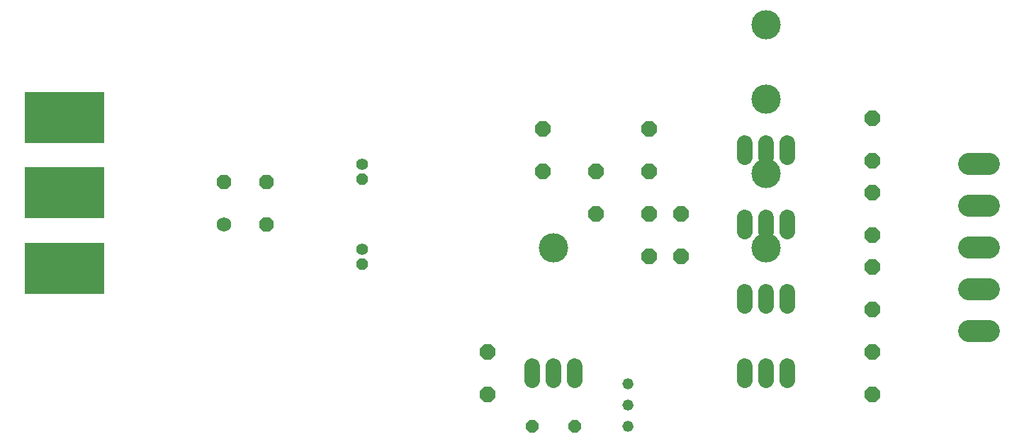
<source format=gbr>
G04 EAGLE Gerber RS-274X export*
G75*
%MOMM*%
%FSLAX34Y34*%
%LPD*%
%INSoldermask Top*%
%IPPOS*%
%AMOC8*
5,1,8,0,0,1.08239X$1,22.5*%
G01*
%ADD10C,1.727200*%
%ADD11P,1.869504X8X112.500000*%
%ADD12P,1.539592X8X292.500000*%
%ADD13C,1.422400*%
%ADD14P,1.951982X8X292.500000*%
%ADD15P,1.951982X8X112.500000*%
%ADD16C,1.879600*%
%ADD17C,3.505200*%
%ADD18P,1.649562X8X22.500000*%
%ADD19R,9.603200X6.103200*%
%ADD20C,2.603200*%
%ADD21C,1.320800*%


D10*
X254000Y304800D03*
D11*
X254000Y355600D03*
X304800Y355600D03*
X304800Y304800D03*
D12*
X419100Y359410D03*
D13*
X419100Y377190D03*
D12*
X419100Y257810D03*
D13*
X419100Y275590D03*
D14*
X635000Y419100D03*
X635000Y368300D03*
X1028700Y342900D03*
X1028700Y292100D03*
X698500Y368300D03*
X698500Y317500D03*
X1028700Y254000D03*
X1028700Y203200D03*
D15*
X568960Y101600D03*
X568960Y152400D03*
D16*
X876300Y296418D02*
X876300Y313182D01*
X901700Y313182D02*
X901700Y296418D01*
X927100Y296418D02*
X927100Y313182D01*
D17*
X901700Y454660D03*
D16*
X876300Y224282D02*
X876300Y207518D01*
X901700Y207518D02*
X901700Y224282D01*
X927100Y224282D02*
X927100Y207518D01*
D17*
X901700Y365760D03*
D18*
X622300Y63500D03*
X673100Y63500D03*
D19*
X63500Y432900D03*
X63500Y342900D03*
X63500Y252900D03*
D16*
X876300Y135382D02*
X876300Y118618D01*
X901700Y118618D02*
X901700Y135382D01*
X927100Y135382D02*
X927100Y118618D01*
D17*
X901700Y276860D03*
D16*
X876300Y385318D02*
X876300Y402082D01*
X901700Y402082D02*
X901700Y385318D01*
X927100Y385318D02*
X927100Y402082D01*
D17*
X901700Y543560D03*
D15*
X1028700Y101600D03*
X1028700Y152400D03*
X1028700Y381000D03*
X1028700Y431800D03*
D20*
X1143700Y178200D02*
X1167700Y178200D01*
X1167700Y228200D02*
X1143700Y228200D01*
X1143700Y278200D02*
X1167700Y278200D01*
X1167700Y328200D02*
X1143700Y328200D01*
X1143700Y378200D02*
X1167700Y378200D01*
D16*
X622300Y135382D02*
X622300Y118618D01*
X647700Y118618D02*
X647700Y135382D01*
X673100Y135382D02*
X673100Y118618D01*
D17*
X647700Y276860D03*
D21*
X736600Y114300D03*
X736600Y88900D03*
X736600Y63500D03*
D14*
X762000Y317500D03*
X762000Y266700D03*
X762000Y419100D03*
X762000Y368300D03*
X800100Y317500D03*
X800100Y266700D03*
M02*

</source>
